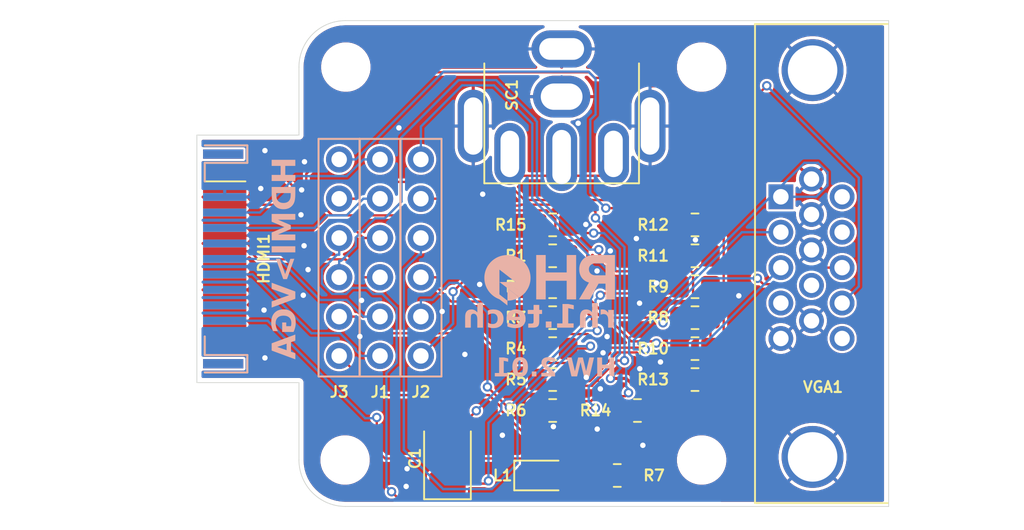
<source format=kicad_pcb>
(kicad_pcb (version 20241229) (generator "pcbnew") (generator_version "9.0")
  (title_block (title "HDMI to VGA Passive Adapter") (date "2025-03-04") (rev "2.01") (company "Mikhail Matveev") (comment 1 "https://github.com/xtremespb/frank"))
  (layers (0 "F.Cu" signal) (2 "B.Cu" signal) (13 "F.Paste" user) (15 "B.Paste" user) (5 "F.SilkS" user "F.Silkscreen") (7 "B.SilkS" user "B.Silkscreen") (1 "F.Mask" user) (3 "B.Mask" user) (25 "Edge.Cuts" user))
  (net 0 "")
  (net 1 "GND")
  (net 2 "/HDMI/CLKP")
  (net 3 "/HDMI/D0P")
  (net 4 "/HDMI/D1P")
  (net 5 "/HDMI/VBUS")
  (net 6 "/HDMI/D0N")
  (net 7 "/HDMI/CLKN")
  (net 8 "/HDMI/D2P")
  (net 9 "/HDMI/D1N")
  (net 10 "/VGA/VGA_BH")
  (net 11 "/VGA/VGA_GH")
  (net 12 "/VGA/VGA_RH")
  (net 23 "Net-(L1-A)")
  (net 24 "/Soft Composite/CVBS")
  (net 25 "Net-(C1-Pad1)")
  (net 26 "Net-(J2-Pin_2)")
  (net 27 "Net-(J2-Pin_4)")
  (net 28 "Net-(J2-Pin_3)")
  (net 29 "Net-(J2-Pin_5)")
  (net 30 "Net-(J2-Pin_1)")
  (net 31 "Net-(J2-Pin_6)")
  (net 32 "/HDMI/D2N")
  (net 33 "/Soft Composite/CLKP")
  (net 34 "/Soft Composite/CLKN")
  (net 35 "/Soft Composite/D1N")
  (net 36 "/Soft Composite/D1P")
  (net 37 "/Soft Composite/D0N")
  (net 38 "/Soft Composite/D0P")
  (footprint "FRANK:Resistor (0805)" (layer "F.Cu") (at 152.56965 77.2 180)
    (property "Reference" "R1")
    (property "Value" "820R")
  )
  (footprint "FRANK:RCA" (layer "F.Cu") (at 153.15 67.513)
    (property "Reference" "SC1" (hide yes))
    (property "Value" "VIDEO (Soft Composite)" (hide yes))
  )
  (footprint "FRANK:Resistor (0805)" (layer "F.Cu") (at 161.76965 81.2)
    (property "Reference" "R8")
    (property "Value" "510R")
  )
  (footprint "FRANK:Resistor (0805)" (layer "F.Cu") (at 156.74465 91.4)
    (property "Reference" "R7")
    (property "Value" "1K")
  )
  (footprint "FRANK:Mounting Hole (2.7mm)" (layer "F.Cu") (at 139.2 65)
    (property "Reference" "H4" (hide yes))
    (property "Value" "MountingHole")
  )
  (footprint "FRANK:Mounting Hole (2.7mm)" (layer "F.Cu") (at 162.2 90.4)
    (property "Reference" "H2" (hide yes))
    (property "Value" "MountingHole")
  )
  (footprint "FRANK:Resistor (0805)" (layer "F.Cu") (at 161.76965 79.2 180)
    (property "Reference" "R9")
    (property "Value" "51R*")
  )
  (footprint "FRANK:Resistor (0805)" (layer "F.Cu") (at 161.76965 83.2)
    (property "Reference" "R10")
    (property "Value" "150R")
  )
  (footprint "FRANK:Resistor (0805)" (layer "F.Cu") (at 152.56965 81.2 180)
    (property "Reference" "R3")
    (property "Value" "820R")
  )
  (footprint "FRANK:HDMI (male)" (layer "F.Cu") (at 131.36965 77.4 -90)
    (property "Reference" "HDMI1")
    (property "Value" "HDMI" (hide yes))
  )
  (footprint "FRANK:Resistor (0805)" (layer "F.Cu") (at 158.05 87.2)
    (property "Reference" "R14")
    (property "Value" "150R")
  )
  (footprint "FRANK:Mounting Hole (2.7mm)" (layer "F.Cu") (at 139.15 90.4)
    (property "Reference" "H3" (hide yes))
    (property "Value" "MountingHole")
  )
  (footprint "FRANK:Resistor (0805)" (layer "F.Cu") (at 161.76965 77.2)
    (property "Reference" "R11")
    (property "Value" "150R")
  )
  (footprint "FRANK:Resistor (0805)" (layer "F.Cu") (at 161.76965 85.2)
    (property "Reference" "R13")
    (property "Value" "150R")
  )
  (footprint "FRANK:Resistor (0805)" (layer "F.Cu") (at 152.56965 83.2 180)
    (property "Reference" "R4")
    (property "Value" "0R")
  )
  (footprint "FRANK:Resistor (0805)" (layer "F.Cu") (at 161.76965 75.2 180)
    (property "Reference" "R12")
    (property "Value" "150R")
  )
  (footprint "FRANK:Resistor (0805)" (layer "F.Cu") (at 152.56965 87.2 180)
    (property "Reference" "R6")
    (property "Value" "0R")
  )
  (footprint "FRANK:Resistor (0805)" (layer "F.Cu") (at 152.56965 85.2 180)
    (property "Reference" "R5")
    (property "Value" "820R")
  )
  (footprint "FRANK:Pin Header (1x06)" (layer "F.Cu") (at 138.76965 83.67 180)
    (property "Reference" "J3")
    (property "Value" "Composite" (hide yes))
  )
  (footprint "FRANK:Capacitor (3528, tantalum, polar)" (layer "F.Cu") (at 145.76965 90.3 90)
    (property "Reference" "C1")
    (property "Value" "220u")
  )
  (footprint "FRANK:Resistor (0805)" (layer "F.Cu") (at 152.56965 79.2 180)
    (property "Reference" "R2")
    (property "Value" "0R")
  )
  (footprint "FRANK:D-SUB (15 pin, female)" (layer "F.Cu") (at 167.31965 73.385 90)
    (property "Reference" "VGA1")
    (property "Value" "VGA")
  )
  (footprint "FRANK:Mounting Hole (2.7mm)" (layer "F.Cu") (at 162.2 65)
    (property "Reference" "H1" (hide yes))
    (property "Value" "MountingHole")
  )
  (footprint "FRANK:Pin Header (1x06)" (layer "F.Cu") (at 141.40965 83.67 180)
    (property "Reference" "J1")
    (property "Value" "HDMI" (hide yes))
  )
  (footprint "FRANK:LED (0805)" (layer "F.Cu") (at 151.94465 91.4)
    (property "Reference" "L1")
    (property "Value" "HDMI LED")
  )
  (footprint "FRANK:Resistor (0805)" (layer "F.Cu") (at 152.56965 75.2)
    (property "Reference" "R15")
    (property "Value" "300R")
  )
  (footprint "FRANK:Pin Header (1x06)" (layer "F.Cu") (at 144.04965 83.67 180)
    (property "Reference" "J2")
    (property "Value" "VGA" (hide yes))
  )
  (gr_poly (pts (xy 155.19711 77.149998) (xy 155.143117 77.153382) (xy 155.090532 77.158967) (xy 155.039378 77.166706) (xy 154.989681 77.176555) (xy 154.941465 77.188468) (xy 154.894755 77.2024) (xy 154.849575 77.218305) (xy 154.80595 77.236138) (xy 154.763904 77.255853) (xy 154.723463 77.277405) (xy 154.68465 77.300749) (xy 154.647491 77.325839) (xy 154.61201 77.352629) (xy 154.578232 77.381074) (xy 154.546181 77.411129) (xy 154.515881 77.442748) (xy 154.487358 77.475886) (xy 154.460636 77.510497) (xy 154.43574 77.546537) (xy 154.412694 77.583959) (xy 154.391523 77.622717) (xy 154.372251 77.662768) (xy 154.354904 77.704064) (xy 154.339505 77.746561) (xy 154.326079 77.790214) (xy 154.314652 77.834976) (xy 154.305247 77.880803) (xy 154.297889 77.927648) (xy 154.292603 77.975467) (xy 154.289413 78.024215) (xy 154.288344 78.073844) (xy 154.289265 78.120728) (xy 154.291986 78.166232) (xy 154.296449 78.210365) (xy 154.302594 78.253133) (xy 154.310361 78.294544) (xy 154.319693 78.334604) (xy 154.330528 78.37332) (xy 154.342807 78.4107) (xy 154.356472 78.44675) (xy 154.371463 78.481479) (xy 154.38772 78.514892) (xy 154.405184 78.546996) (xy 154.423795 78.5778) (xy 154.443495 78.60731) (xy 154.485922 78.662476) (xy 154.531989 78.71255) (xy 154.581221 78.75759) (xy 154.633142 78.797652) (xy 154.687278 78.832793) (xy 154.743154 78.863069) (xy 154.800293 78.888536) (xy 154.858222 78.909252) (xy 154.916465 78.925273) (xy 154.271411 80.018002) (xy 154.970969 80.018532) (xy 155.536119 79.000944) (xy 155.983794 79.000944) (xy 155.983794 80.020647) (xy 156.594452 80.020647) (xy 156.594452 78.461193) (xy 155.983794 78.461193) (xy 155.341386 78.461193) (xy 155.318692 78.460761) (xy 155.296365 78.459471) (xy 155.274429 78.457334) (xy 155.252906 78.45436) (xy 155.231821 78.450561) (xy 155.211195 78.445946) (xy 155.191052 78.440527) (xy 155.171416 78.434313) (xy 155.152309 78.427316) (xy 155.133754 78.419545) (xy 155.115776 78.411012) (xy 155.098396 78.401727) (xy 155.081638 78.3917) (xy 155.065526 78.380943) (xy 155.050082 78.369465) (xy 155.035329 78.357278) (xy 155.021291 78.344392) (xy 155.007991 78.330816) (xy 154.995452 78.316563) (xy 154.983697 78.301642) (xy 154.972749 78.286065) (xy 154.962632 78.26984) (xy 154.953369 78.252981) (xy 154.944982 78.235495) (xy 154.937495 78.217396) (xy 154.930932 78.198692) (xy 154.925314 78.179394) (xy 154.920666 78.159513) (xy 154.917011 78.13906) (xy 154.914371 78.118046) (xy 154.91277 78.096479) (xy 154.912232 78.074372) (xy 154.910644 78.074374) (xy 154.911183 78.052033) (xy 154.912784 78.030259) (xy 154.915424 78.009062) (xy 154.919081 77.98845) (xy 154.923731 77.968435) (xy 154.929351 77.949023) (xy 154.935919 77.930226) (xy 154.943411 77.912052) (xy 154.951805 77.89451) (xy 154.961077 77.877611) (xy 154.971205 77.861362) (xy 154.982165 77.845774) (xy 154.993936 77.830855) (xy 155.006492 77.816616) (xy 155.019813 77.803065) (xy 155.033874 77.790211) (xy 155.048653 77.778065) (xy 155.064127 77.766634) (xy 155.080272 77.75593) (xy 155.097067 77.74596) (xy 155.114487 77.736734) (xy 155.132511 77.728261) (xy 155.151114 77.720552) (xy 155.170275 77.713614) (xy 155.18997 77.707458) (xy 155.210175 77.702092) (xy 155.230869 77.697527) (xy 155.252028 77.69377) (xy 155.273629 77.690833) (xy 155.29565 77.688723) (xy 155.318067 77.68745) (xy 155.340857 77.687024) (xy 155.983794 77.687024) (xy 155.983794 78.461193) (xy 156.594452 78.461193) (xy 156.594452 77.14886) (xy 155.252485 77.14886)) (stroke (width -0.000001)) (fill yes) (layer "B.SilkS"))
  (gr_poly (pts (xy 153.475545 78.275985) (xy 152.120349 78.275985) (xy 152.120349 77.14886) (xy 151.505457 77.14886) (xy 151.505457 80.018002) (xy 152.120349 80.018532) (xy 152.120349 78.814148) (xy 153.475544 78.814148) (xy 153.475544 80.018532) (xy 154.086732 80.018532) (xy 154.086732 77.14886) (xy 153.475545 77.14886)) (stroke (width -0.000001)) (fill yes) (layer "B.SilkS"))
  (gr_poly (pts (xy 149.647553 79.294102) (xy 149.647553 78.892994) (xy 149.130557 78.892994)) (stroke (width -0.000001)) (fill yes) (layer "B.SilkS"))
  (gr_poly (pts (xy 149.647553 79.652877) (xy 149.647553 80.096849) (xy 149.698018 80.096092) (xy 149.74833 80.093647) (xy 149.798448 80.089525) (xy 149.84833 80.083738) (xy 149.897937 80.076295) (xy 149.947227 80.067208) (xy 149.99616 80.056488) (xy 150.044696 80.044147) (xy 150.092793 80.030194) (xy 150.140411 80.014642) (xy 150.18751 79.997502) (xy 150.234048 79.978784) (xy 150.279986 79.958499) (xy 150.325282 79.936659) (xy 150.369896 79.913275) (xy 150.413788 79.888357) (xy 149.647553 79.293573)) (stroke (width -0.000001)) (fill yes) (layer "B.SilkS"))
  (gr_poly (pts (xy 149.573848 77.153208) (xy 149.500626 77.158015) (xy 149.427998 77.166404) (xy 149.356086 77.178326) (xy 149.285013 77.193732) (xy 149.214902 77.212572) (xy 149.145875 77.234796) (xy 149.078057 77.260355) (xy 149.011568 77.289198) (xy 148.946533 77.321275) (xy 148.883074 77.356538) (xy 148.821314 77.394936) (xy 148.761376 77.43642) (xy 148.703383 77.480939) (xy 148.647457 77.528444) (xy 148.593721 77.578886) (xy 148.542558 77.631934) (xy 148.494301 77.687213) (xy 148.449001 77.744599) (xy 148.406711 77.803971) (xy 148.367482 77.865206) (xy 148.331364 77.928182) (xy 148.29841 77.992776) (xy 148.26867 78.058868) (xy 148.242197 78.126334) (xy 148.219042 78.195053) (xy 148.199255 78.264902) (xy 148.182889 78.335759) (xy 148.169995 78.407501) (xy 148.160624 78.480007) (xy 148.154828 78.553155) (xy 148.152658 78.626822) (xy 148.155185 78.711744) (xy 148.162576 78.795872) (xy 148.174741 78.879019) (xy 148.191589 78.961003) (xy 148.213027 79.041638) (xy 148.238965 79.120739) (xy 148.269311 79.198122) (xy 148.303974 79.273602) (xy 148.342864 79.346993) (xy 148.385887 79.418112) (xy 148.432954 79.486774) (xy 148.483974 79.552794) (xy 148.538853 79.615987) (xy 148.597503 79.676168) (xy 148.65983 79.733153) (xy 148.725745 79.786756) (xy 148.772126 79.821187) (xy 148.81975 79.853762) (xy 148.868562 79.884448) (xy 148.918503 79.913217) (xy 148.969519 79.940035) (xy 149.021551 79.964872) (xy 149.074544 79.987696) (xy 149.12844 80.008477) (xy 149.195644 80.061394) (xy 149.645435 80.410115) (xy 149.645435 80.099494) (xy 149.645435 80.098435) (xy 149.348573 79.868776) (xy 149.195644 79.749714) (xy 149.12844 79.696797) (xy 149.12844 78.091836) (xy 149.645435 78.492415) (xy 150.087817 78.835844) (xy 150.163488 78.894581) (xy 149.645434 78.894581) (xy 150.532845 79.582497) (xy 150.575708 79.615835) (xy 150.532845 79.583027) (xy 150.463525 79.53011) (xy 149.645434 78.89511) (xy 149.645434 79.293569) (xy 150.411668 79.888352) (xy 150.425368 79.880407) (xy 150.438721 79.872412) (xy 150.451777 79.864317) (xy 150.464584 79.856074) (xy 150.492639 79.837629) (xy 150.520258 79.818561) (xy 150.547431 79.798878) (xy 150.574148 79.778587) (xy 150.600399 79.757696) (xy 150.626173 79.736213) (xy 150.65146 79.714146) (xy 150.676251 79.691504) (xy 150.676251 79.691502) (xy 150.701085 79.667665) (xy 150.725336 79.643281) (xy 150.748996 79.618361) (xy 150.772056 79.592917) (xy 150.794508 79.56696) (xy 150.816344 79.540501) (xy 150.837555 79.513552) (xy 150.858134 79.486124) (xy 150.878071 79.458228) (xy 150.897359 79.429876) (xy 150.91599 79.401079) (xy 150.933955 79.371848) (xy 150.951246 79.342194) (xy 150.967855 79.312129) (xy 150.983773 79.281665) (xy 150.998993 79.250812) (xy 151.015945 79.213943) (xy 151.03184 79.176666) (xy 151.046671 79.139004) (xy 151.060433 79.100979) (xy 151.073121 79.062615) (xy 151.08473 79.023933) (xy 151.095255 78.984958) (xy 151.104691 78.945711) (xy 151.113032 78.906216) (xy 151.120272 78.866495) (xy 151.126408 78.826571) (xy 151.131434 78.786467) (xy 151.135344 78.746205) (xy 151.138134 78.705809) (xy 151.139798 78.665302) (xy 151.140331 78.624705) (xy 151.138062 78.551176) (xy 151.132181 78.478168) (xy 151.122739 78.405804) (xy 151.109788 78.334204) (xy 151.093378 78.263491) (xy 151.07356 78.193786) (xy 151.050387 78.12521) (xy 151.023909 78.057884) (xy 150.994177 77.991931) (xy 150.961244 77.927471) (xy 150.925158 77.864627) (xy 150.885974 77.803519) (xy 150.84374 77.744269) (xy 150.798509 77.686999) (xy 150.750332 77.631829) (xy 150.69926 77.578882) (xy 150.645625 77.528533) (xy 150.589807 77.481109) (xy 150.531929 77.436659) (xy 150.472112 77.395233) (xy 150.410478 77.35688) (xy 150.34715 77.321651) (xy 150.28225 77.289594) (xy 150.2159 77.26076) (xy 150.148222 77.235197) (xy 150.079338 77.212956) (xy 150.00937 77.194086) (xy 149.938441 77.178636) (xy 149.866673 77.166657) (xy 149.794187 77.158197) (xy 149.721106 77.153307) (xy 149.647553 77.152035) (xy 149.64754 77.152035)) (stroke (width -0.000001)) (fill yes) (layer "B.SilkS"))
  (gr_arc (start 136.16965 65) (mid 137.04833 62.87868) (end 139.16965 62) (stroke (width 0.05)) (layer "Edge.Cuts"))
  (gr_arc (start 139.16965 93.4) (mid 137.048362 92.521303) (end 136.16965 90.4) (stroke (width 0.05)) (layer "Edge.Cuts"))
  (gr_line (start 136.16965 69.4) (end 136.16965 65) (stroke (width 0.05)) (layer "Edge.Cuts"))
  (gr_line (start 174.28965 62) (end 139.16965 62) (stroke (width 0.05)) (layer "Edge.Cuts"))
  (gr_line (start 136.16965 85.4) (end 136.16965 90.4) (stroke (width 0.05)) (layer "Edge.Cuts"))
  (gr_line (start 129.56965 69.4) (end 136.16965 69.4) (stroke (width 0.05)) (layer "Edge.Cuts"))
  (gr_line (start 129.56965 85.4) (end 136.16965 85.4) (stroke (width 0.05)) (layer "Edge.Cuts"))
  (gr_line (start 174.28965 62) (end 174.28965 93.4) (stroke (width 0.05)) (layer "Edge.Cuts"))
  (gr_line (start 174.28965 93.4) (end 139.16965 93.4) (stroke (width 0.05)) (layer "Edge.Cuts"))
  (gr_line (start 129.56965 85.4) (end 129.56965 69.4) (stroke (width 0.05)) (layer "Edge.Cuts"))
  (gr_text "HW 2.01" (at 156.7 85.2 0) (layer "B.SilkS") (effects (font (size 1.2 1.2) (thickness 0.275) (bold yes)) (justify left bottom mirror)))
  (gr_text "rh1.tech" (at 156.7 82.1 0) (layer "B.SilkS") (effects (font (size 1.5 1.5) (thickness 0.3) (bold yes)) (justify left bottom mirror)))
  (gr_text "HDMI>VGA" (at 136.18965 77.353 90) (layer "B.SilkS") (effects (font (size 1.5 1.5) (thickness 0.3) (bold yes)) (justify bottom mirror)))
  (segment (start 134.26965 77.9) (end 131.36965 77.9) (width 0.15) (layer "F.Cu") (net 1))
  (segment (start 136.34265 72.94) (end 136.34265 71.305) (width 0.15) (layer "F.Cu") (net 1))
  (segment (start 136.45 78.71965) (end 136.75865 78.411) (width 0.15) (layer "F.Cu") (net 1))
  (segment (start 136.45 79.75) (end 136.11965 79.75) (width 0.15) (layer "F.Cu") (net 1))
  (segment (start 136.75865 78.411) (end 136.75865 78.094) (width 0.15) (layer "F.Cu") (net 1))
  (segment (start 135.06965 74.9) (end 131.36965 74.9) (width 0.15) (layer "F.Cu") (net 1))
  (segment (start 136.3 74.55) (end 135.41965 74.55) (width 0.15) (layer "F.Cu") (net 1))
  (segment (start 136.34265 71.305) (end 136.52665 71.121) (width 0.15) (layer "F.Cu") (net 1))
  (segment (start 136.11965 79.75) (end 134.26965 77.9) (width 0.15) (layer "F.Cu") (net 1))
  (segment (start 135.41965 74.55) (end 135.06965 74.9) (width 0.15) (layer "F.Cu") (net 1))
  (segment (start 136.45 79.75) (end 136.45 78.71965) (width 0.15) (layer "F.Cu") (net 1))
  (via (at 133.96965 83.8) (size 0.6) (drill 0.35) (layers "F.Cu" "B.Cu") (net 1))
  (via (at 133.91065 80.71) (size 0.6) (drill 0.35) (layers "F.Cu" "B.Cu") (net 1))
  (via (at 143.09965 92.107) (size 0.6) (drill 0.35) (layers "F.Cu" "B.Cu") (net 1))
  (via (at 133.96965 70.4) (size 0.6) (drill 0.35) (layers "F.Cu" "B.Cu") (net 1))
  (via (at 155.82665 83.47) (size 0.6) (drill 0.35) (layers "F.Cu" "B.Cu") (net 1))
  (via (at 140.21565 80.084) (size 0.6) (drill 0.35) (layers "F.Cu" "B.Cu") (net 1))
  (via (at 156.08775 82.421816) (size 0.6) (drill 0.35) (layers "F.Cu" "B.Cu") (net 1))
  (via (at 136.5 76.55) (size 0.6) (drill 0.35) (layers "F.Cu" "B.Cu") (net 1))
  (via (at 159.28265 78.962) (size 0.6) (drill 0.35) (layers "F.Cu" "B.Cu") (net 1))
  (via (at 136.45 79.75) (size 0.6) (drill 0.35) (layers "F.Cu" "B.Cu") (net 1))
  (via (at 158.18565 80.264) (size 0.6) (drill 0.35) (layers "F.Cu" "B.Cu") (net 1))
  (via (at 142.629407 68.929407) (size 0.6) (drill 0.35) (layers "F.Cu" "B.Cu") (net 1))
  (via (at 149.31965 88.8) (size 0.6) (drill 0.35) (layers "F.Cu" "B.Cu") (net 1))
  (via (at 161.79865 76.172) (size 0.6) (drill 0.35) (layers "F.Cu" "B.Cu") (net 1))
  (via (at 148.04665 73.217) (size 0.6) (drill 0.35) (layers "F.Cu" "B.Cu") (net 1))
  (via (at 154.712327 75.173603) (size 0.6) (drill 0.35) (layers "F.Cu" "B.Cu") (net 1))
  (via (at 156.295356 76.883334) (size 0.6) (drill 0.35) (layers "F.Cu" "B.Cu") (net 1))
  (via (at 146.89465 83.573) (size 0.6) (drill 0.35) (layers "F.Cu" "B.Cu") (net 1))
  (via (at 158.2 84.5) (size 0.6) (drill 0.35) (layers "F.Cu" "B.Cu") (net 1))
  (via (at 158.4 89.45) (size 0.6) (drill 0.35) (layers "F.Cu" "B.Cu") (net 1))
  (via (at 133.7 72.85) (size 0.6) (drill 0.35) (layers "F.Cu" "B.Cu") (net 1))
  (via (at 164.60265 79.785) (size 0.6) (drill 0.35) (layers "F.Cu" "B.Cu") (net 1))
  (via (at 159.53865 84.064) (size 0.6) (drill 0.35) (layers "F.Cu" "B.Cu") (net 1))
  (via (at 147.85 79.05) (size 0.6) (drill 0.35) (layers "F.Cu" "B.Cu") (net 1))
  (via (at 136.75865 78.094) (size 0.6) (drill 0.35) (layers "F.Cu" "B.Cu") (net 1))
  (via (at 154.218621 68.632922) (size 0.6) (drill 0.35) (layers "F.Cu" "B.Cu") (net 1))
  (via (at 143.15765 90.963) (size 0.6) (drill 0.35) (layers "F.Cu" "B.Cu") (net 1))
  (via (at 152.61565 88.243) (size 0.6) (drill 0.35) (layers "F.Cu" "B.Cu") (net 1))
  (via (at 140.10565 82.414) (size 0.6) (drill 0.35) (layers "F.Cu" "B.Cu") (net 1))
  (via (at 145.42565 80.799) (size 0.6) (drill 0.35) (layers "F.Cu" "B.Cu") (net 1))
  (via (at 154.744321 85.061866) (size 0.6) (drill 0.35) (layers "F.Cu" "B.Cu") (net 1))
  (via (at 155.437554 78.180017) (size 0.6) (drill 0.35) (layers "F.Cu" "B.Cu") (net 1))
  (via (at 136.52665 71.121) (size 0.6) (drill 0.35) (layers "F.Cu" "B.Cu") (net 1))
  (via (at 155.65 85.8) (size 0.6) (drill 0.35) (layers "F.Cu" "B.Cu") (net 1))
  (via (at 136.3 74.55) (size 0.6) (drill 0.35) (layers "F.Cu" "B.Cu") (net 1))
  (via (at 157.98065 76.085) (size 0.6) (drill 0.35) (layers "F.Cu" "B.Cu") (net 1))
  (via (at 155.45 88.4) (size 0.6) (drill 0.35) (layers "F.Cu" "B.Cu") (net 1))
  (via (at 136.34265 72.94) (size 0.6) (drill 0.35) (layers "F.Cu" "B.Cu") (net 1))
  (segment (start 135.76965 76.4) (end 131.36965 76.4) (width 0.15) (layer "B.Cu") (net 1))
  (segment (start 136.3 74.55) (end 136.3 72.98265) (width 0.15) (layer "B.Cu") (net 1))
  (segment (start 136.75865 77.389) (end 136.75865 78.094) (width 0.15) (layer "B.Cu") (net 1))
  (segment (start 136.3 72.98265) (end 136.34265 72.94) (width 0.15) (layer "B.Cu") (net 1))
  (segment (start 134.69065 71.121) (end 133.96965 70.4) (width 0.15) (layer "B.Cu") (net 1))
  (segment (start 135.91965 76.55) (end 135.76965 76.4) (width 0.15) (layer "B.Cu") (net 1))
  (segment (start 136.5 76.55) (end 136.5 77.13035) (width 0.15) (layer "B.Cu") (net 1))
  (segment (start 136.5 76.55) (end 135.91965 76.55) (width 0.15) (layer "B.Cu") (net 1))
  (segment (start 136.5 77.13035) (end 136.75865 77.389) (width 0.15) (layer "B.Cu") (net 1))
  (segment (start 136.52665 71.121) (end 134.69065 71.121) (width 0.15) (layer "B.Cu") (net 1))
  (segment (start 137.53905 80.0533) (end 139.25625 80.0533) (width 0.15) (layer "B.Cu") (net 2))
  (segment (start 134.88575 77.4) (end 137.53905 80.0533) (width 0.15) (layer "B.Cu") (net 2))
  (segment (start 131.36965 77.4) (end 134.88575 77.4) (width 0.15) (layer "B.Cu") (net 2))
  (segment (start 139.25625 80.0533) (end 140.33295 81.13) (width 0.15) (layer "B.Cu") (net 2))
  (segment (start 140.33295 81.13) (end 141.40965 81.13) (width 0.15) (layer "B.Cu") (net 2))
  (segment (start 137.16965 75.9) (end 138.15365 74.916) (width 0.15) (layer "F.Cu") (net 3))
  (segment (start 139.19895 74.916) (end 140.33295 76.05) (width 0.15) (layer "F.Cu") (net 3))
  (segment (start 131.36965 75.9) (end 137.16965 75.9) (width 0.15) (layer "F.Cu") (net 3))
  (segment (start 140.33295 76.05) (end 141.40965 76.05) (width 0.15) (layer "F.Cu") (net 3))
  (segment (start 138.15365 74.916) (end 139.19895 74.916) (width 0.15) (layer "F.Cu") (net 3))
  (segment (start 141.40965 70.97) (end 140.33295 70.97) (width 0.15) (layer "B.Cu") (net 4))
  (segment (start 139.25625 72.0467) (end 135.99825 72.0467) (width 0.15) (layer "B.Cu") (net 4))
  (segment (start 133.64495 74.4) (end 131.36965 74.4) (width 0.15) (layer "B.Cu") (net 4))
  (segment (start 135.99825 72.0467) (end 133.64495 74.4) (width 0.15) (layer "B.Cu") (net 4))
  (segment (start 140.33295 70.97) (end 139.25625 72.0467) (width 0.15) (layer "B.Cu") (net 4))
  (segment (start 141.73405 90.3) (end 150.565972 90.3) (width 0.15) (layer "F.Cu") (net 5))
  (segment (start 154.32325 89.9786) (end 155.74465 91.4) (width 0.15) (layer "F.Cu") (net 5))
  (segment (start 141.2 89.76595) (end 141.73405 90.3) (width 0.15) (layer "F.Cu") (net 5))
  (segment (start 150.887372 89.9786) (end 154.32325 89.9786) (width 0.15) (layer "F.Cu") (net 5))
  (segment (start 141.2 87.65) (end 141.2 89.76595) (width 0.15) (layer "F.Cu") (net 5))
  (segment (start 150.565972 90.3) (end 150.887372 89.9786) (width 0.15) (layer "F.Cu") (net 5))
  (via (at 141.2 87.65) (size 0.6) (drill 0.35) (layers "F.Cu" "B.Cu") (net 5))
  (segment (start 141.2 87.65) (end 141.15315 87.69685) (width 0.15) (layer "B.Cu") (net 5))
  (segment (start 140.44685 87.69685) (end 134.15 81.4) (width 0.15) (layer "B.Cu") (net 5))
  (segment (start 141.15315 87.69685) (end 140.44685 87.69685) (width 0.15) (layer "B.Cu") (net 5))
  (segment (start 134.15 81.4) (end 131.36965 81.4) (width 0.15) (layer "B.Cu") (net 5))
  (segment (start 140.33295 78.59) (end 141.40965 78.59) (width 0.15) (layer "F.Cu") (net 6))
  (segment (start 139.16985 77.4269) (end 140.33295 78.59) (width 0.15) (layer "F.Cu") (net 6))
  (segment (start 131.36965 76.9) (end 132.99635 76.9) (width 0.15) (layer "F.Cu") (net 6))
  (segment (start 132.99635 76.9) (end 133.52325 77.4269) (width 0.15) (layer "F.Cu") (net 6))
  (segment (start 133.52325 77.4269) (end 139.16985 77.4269) (width 0.15) (layer "F.Cu") (net 6))
  (segment (start 136.97465 82.205) (end 133.16965 78.4) (width 0.15) (layer "B.Cu") (net 7))
  (segment (start 138.82493 82.205) (end 136.97465 82.205) (width 0.15) (layer "B.Cu") (net 7))
  (segment (start 139.84465 83.22472) (end 138.82493 82.205) (width 0.15) (layer "B.Cu") (net 7))
  (segment (start 141.40965 83.67) (end 140.20565 83.67) (width 0.15) (layer "B.Cu") (net 7))
  (segment (start 133.16965 78.4) (end 131.36965 78.4) (width 0.15) (layer "B.Cu") (net 7))
  (segment (start 140.20565 83.67) (end 139.84465 83.309) (width 0.15) (layer "B.Cu") (net 7))
  (segment (start 139.84465 83.309) (end 139.84465 83.22472) (width 0.15) (layer "B.Cu") (net 7))
  (segment (start 132.125352 72.144298) (end 131.36965 72.9) (width 0.15) (layer "F.Cu") (net 8))
  (segment (start 135.227598 72.144298) (end 132.125352 72.144298) (width 0.15) (layer "F.Cu") (net 8))
  (segment (start 137.69365 70.524306) (end 137.69365 70.85635) (width 0.15) (layer "F.Cu") (net 8))
  (segment (start 136.64365 71.90635) (end 136.64365 72.497123) (width 0.15) (layer "F.Cu") (net 8))
  (segment (start 136.86865 72.722123) (end 136.86865 73.157877) (width 0.15) (layer "F.Cu") (net 8))
  (segment (start 136.124773 73.466) (end 135.81665 73.157877) (width 0.15) (layer "F.Cu") (net 8))
  (segment (start 135.81665 73.157877) (end 135.81665 72.73335) (width 0.15) (layer "F.Cu") (net 8))
  (segment (start 136.64365 72.497123) (end 136.86865 72.722123) (width 0.15) (layer "F.Cu") (net 8))
  (segment (start 158.981912 66.231912) (end 158.45 65.7) (width 0.15) (layer "F.Cu") (net 8))
  (segment (start 136.560527 73.466) (end 136.124773 73.466) (width 0.15) (layer "F.Cu") (net 8))
  (segment (start 138.323956 69.894) (end 137.69365 70.524306) (width 0.15) (layer "F.Cu") (net 8))
  (segment (start 154.922451 65.337) (end 143.213 65.337) (width 0.15) (layer "F.Cu") (net 8))
  (segment (start 166.40805 66.2084) (end 165.31645 67.3) (width 0.15) (layer "F.Cu") (net 8))
  (segment (start 158.976824 66.237) (end 158.981912 66.231912) (width 0.15) (layer "F.Cu") (net 8))
  (segment (start 160.71065 66.955174) (end 159.992476 66.237) (width 0.15) (layer "F.Cu") (net 8))
  (segment (start 135.81665 72.73335) (end 135.227598 72.144298) (width 0.15) (layer "F.Cu") (net 8))
  (segment (start 160.71065 67.3) (end 160.71065 66.955174) (width 0.15) (layer "F.Cu") (net 8))
  (segment (start 136.86865 73.157877) (end 136.560527 73.466) (width 0.15) (layer "F.Cu") (net 8))
  (segment (start 159.992476 66.237) (end 158.976824 66.237) (width 0.15) (layer "F.Cu") (net 8))
  (segment (start 137.69365 70.85635) (end 136.64365 71.90635) (width 0.15) (layer "F.Cu") (net 8))
  (segment (start 143.213 65.337) (end 138.656 69.894) (width 0.15) (layer "F.Cu") (net 8))
  (segment (start 158.45 65.7) (end 155.285451 65.7) (width 0.15) (layer "F.Cu") (net 8))
  (segment (start 138.656 69.894) (end 138.323956 69.894) (width 0.15) (layer "F.Cu") (net 8))
  (segment (start 155.285451 65.7) (end 154.922451 65.337) (width 0.15) (layer "F.Cu") (net 8))
  (segment (start 165.31645 67.3) (end 160.71065 67.3) (width 0.15) (layer "F.Cu") (net 8))
  (via (at 166.40805 66.2084) (size 0.6) (drill 0.35) (layers "F.Cu" "B.Cu") (net 8))
  (segment (start 172.35865 79.1757) (end 172.35865 72.1593) (width 0.15) (layer "B.Cu") (net 8))
  (segment (start 172.35865 72.1593) (end 166.40805 66.2084) (width 0.15) (layer "B.Cu") (net 8))
  (segment (start 171.27965 80.255) (end 172.35865 79.1757) (width 0.15) (layer "B.Cu") (net 8))
  (segment (start 137.98295 74.5867) (end 137.16965 75.4) (width 0.15) (layer "B.Cu") (net 9))
  (segment (start 137.16965 75.4) (end 131.36965 75.4) (width 0.15) (layer "B.Cu") (net 9))
  (segment (start 140.33295 73.51) (end 139.25625 74.5867) (width 0.15) (layer "B.Cu") (net 9))
  (segment (start 141.40965 73.51) (end 140.33295 73.51) (width 0.15) (layer "B.Cu") (net 9))
  (segment (start 139.25625 74.5867) (end 137.98295 74.5867) (width 0.15) (layer "B.Cu") (net 9))
  (segment (start 151.56965 79.2) (end 151.56965 78.1846) (width 0.15) (layer "F.Cu") (net 10))
  (segment (start 156.028286 81.5) (end 154.45425 79.925964) (width 0.15) (layer "F.Cu") (net 10))
  (segment (start 156.42665 81.5) (end 156.028286 81.5) (width 0.15) (layer "F.Cu") (net 10))
  (segment (start 159.27125 82.84) (end 159.16055 82.7293) (width 0.15) (layer "F.Cu") (net 10))
  (segment (start 154.45425 78.5669) (end 154.07195 78.1846) (width 0.15) (layer "F.Cu") (net 10))
  (segment (start 157.65595 82.7293) (end 156.42665 81.5) (width 0.15) (layer "F.Cu") (net 10))
  (segment (start 154.07195 78.1846) (end 151.56965 78.1846) (width 0.15) (layer "F.Cu") (net 10))
  (segment (start 154.45425 79.925964) (end 154.45425 78.5669) (width 0.15) (layer "F.Cu") (net 10))
  (segment (start 159.16055 82.7293) (end 157.65595 82.7293) (width 0.15) (layer "F.Cu") (net 10))
  (segment (start 151.56965 78.1846) (end 151.56965 77.2) (width 0.15) (layer "F.Cu") (net 10))
  (via (at 159.27125 82.84) (size 0.6) (drill 0.35) (layers "F.Cu" "B.Cu") (net 10))
  (segment (start 162.44465 82.84) (end 167.31965 77.965) (width 0.15) (layer "B.Cu") (net 10))
  (segment (start 159.27125 82.84) (end 162.44465 82.84) (width 0.15) (layer "B.Cu") (net 10))
  (segment (start 151.56965 83.2) (end 151.56965 82.2588) (width 0.15) (layer "F.Cu") (net 11))
  (segment (start 155.229627 82.5139) (end 155.53775 82.822023) (width 0.15) (layer "F.Cu") (net 11))
  (segment (start 155.53775 82.945) (end 156.044113 82.945) (width 0.15) (layer "F.Cu") (net 11))
  (segment (start 151.56965 82.2588) (end 154.833669 82.2588) (width 0.15) (layer "F.Cu") (net 11))
  (segment (start 158.44195 83.1402) (end 158.55775 83.256) (width 0.15) (layer "F.Cu") (net 11))
  (segment (start 156.239313 83.1402) (end 158.44195 83.1402) (width 0.15) (layer "F.Cu") (net 11))
  (segment (start 156.044113 82.945) (end 156.239313 83.1402) (width 0.15) (layer "F.Cu") (net 11))
  (segment (start 154.833669 82.2588) (end 155.088769 82.5139) (width 0.15) (layer "F.Cu") (net 11))
  (segment (start 151.56965 82.2588) (end 151.56965 81.2) (width 0.15) (layer "F.Cu") (net 11))
  (segment (start 155.088769 82.5139) (end 155.229627 82.5139) (width 0.15) (layer "F.Cu") (net 11))
  (segment (start 155.53775 82.822023) (end 155.53775 82.945) (width 0.15) (layer "F.Cu") (net 11))
  (via (at 158.55775 83.256) (size 0.6) (drill 0.35) (layers "F.Cu" "B.Cu") (net 11))
  (segment (start 167.31965 75.675) (end 164.79865 75.675) (width 0.15) (layer "B.Cu") (net 11))
  (segment (start 157.81475 82.6589) (end 157.81475 83.256) (width 0.15) (layer "B.Cu") (net 11))
  (segment (start 157.81475 83.256) (end 158.55775 83.256) (width 0.15) (layer "B.Cu") (net 11))
  (segment (start 164.79865 75.675) (end 157.81475 82.6589) (width 0.15) (layer "B.Cu") (net 11))
  (segment (start 151.56965 85.2) (end 152.56815 86.1985) (width 0.15) (layer "F.Cu") (net 12))
  (segment (start 154.39565 86.545906) (end 154.123744 86.274) (width 0.15) (layer "F.Cu") (net 12))
  (segment (start 155.636527 86.6) (end 155.554327 86.5178) (width 0.15) (layer "F.Cu") (net 12))
  (segment (start 154.123744 86.274) (end 153.015556 86.274) (width 0.15) (layer "F.Cu") (net 12))
  (segment (start 155.036373 86.6) (end 154.39565 86.6) (width 0.15) (layer "F.Cu") (net 12))
  (segment (start 155.554327 86.5178) (end 155.118573 86.5178) (width 0.15) (layer "F.Cu") (net 12))
  (segment (start 155.118573 86.5178) (end 155.036373 86.6) (width 0.15) (layer "F.Cu") (net 12))
  (segment (start 153.015556 86.274) (end 152.799753 86.489803) (width 0.15) (layer "F.Cu") (net 12))
  (segment (start 152.56815 86.1985) (end 152.56815 86.2582) (width 0.15) (layer "F.Cu") (net 12))
  (segment (start 154.39565 86.6) (end 154.39565 86.545906) (width 0.15) (layer "F.Cu") (net 12))
  (segment (start 156.224 86.545906) (end 156.224 86.6) (width 0.15) (layer "F.Cu") (net 12))
  (segment (start 157.471592 86.052457) (end 157.250049 86.274) (width 0.15) (layer "F.Cu") (net 12))
  (segment (start 157.250049 86.274) (end 156.495906 86.274) (width 0.15) (layer "F.Cu") (net 12))
  (segment (start 152.799753 86.489803) (end 152.56815 86.2582) (width 0.15) (layer "F.Cu") (net 12))
  (segment (start 156.224 86.6) (end 155.636527 86.6) (width 0.15) (layer "F.Cu") (net 12))
  (segment (start 152.56815 86.2582) (end 151.62635 87.2) (width 0.15) (layer "F.Cu") (net 12))
  (segment (start 156.495906 86.274) (end 156.224 86.545906) (width 0.15) (layer "F.Cu") (net 12))
  (via (at 157.471592 86.052457) (size 0.6) (drill 0.35) (layers "F.Cu" "B.Cu") (net 12))
  (segment (start 157.31965 84.5004) (end 157.430627 84.5004) (width 0.15) (layer "B.Cu") (net 12))
  (segment (start 157.471592 85.796642) (end 157.31965 85.6447) (width 0.15) (layer "B.Cu") (net 12))
  (segment (start 157.51375 82.5185) (end 168.83975 71.1925) (width 0.15) (layer "B.Cu") (net 12))
  (segment (start 168.83975 71.1925) (end 169.71815 71.1925) (width 0.15) (layer "B.Cu") (net 12))
  (segment (start 157.51375 83.531523) (end 157.51375 82.5185) (width 0.15) (layer "B.Cu") (net 12))
  (segment (start 170.33665 72.6554) (end 169.60665 73.385) (width 0.15) (layer "B.Cu") (net 12))
  (segment (start 157.73875 83.756523) (end 157.51375 83.531523) (width 0.15) (layer "B.Cu") (net 12))
  (segment (start 170.33665 71.8106) (end 170.33665 72.6554) (width 0.15) (layer "B.Cu") (net 12))
  (segment (start 157.31965 85.6447) (end 157.31965 84.5004) (width 0.15) (layer "B.Cu") (net 12))
  (segment (start 169.71815 71.1925) (end 170.33665 71.8106) (width 0.15) (layer "B.Cu") (net 12))
  (segment (start 157.430627 84.5004) (end 157.73875 84.192277) (width 0.15) (layer "B.Cu") (net 12))
  (segment (start 157.471592 86.052457) (end 157.471592 85.796642) (width 0.15) (layer "B.Cu") (net 12))
  (segment (start 169.60665 73.385) (end 167.31965 73.385) (width 0.15) (layer "B.Cu") (net 12))
  (segment (start 157.73875 84.192277) (end 157.73875 83.756523) (width 0.15) (layer "B.Cu") (net 12))
  (segment (start 157.74465 91.4) (end 156.49565 92.649) (width 0.15) (layer "F.Cu") (net 23))
  (segment (start 154.21865 92.649) (end 152.96965 91.4) (width 0.15) (layer "F.Cu") (net 23))
  (segment (start 156.49565 92.649) (end 154.21865 92.649) (width 0.15) (layer "F.Cu") (net 23))
  (segment (start 147.63545 87.2158) (end 147.11045 87.7408) (width 0.15) (layer "F.Cu") (net 24))
  (segment (start 155.79825 72.0264) (end 155.79825 72.0263) (width 0.15) (layer "F.Cu") (net 24))
  (segment (start 157.11965 70.613) (end 157.11965 70.705) (width 0.15) (layer "F.Cu") (net 24))
  (segment (start 150.41965 72.0263) (end 150.41965 70.613) (width 0.15) (layer "F.Cu") (net 24))
  (segment (start 155.79825 72.0263) (end 150.41965 72.0263) (width 0.15) (layer "F.Cu") (net 24))
  (segment (start 147.11045 87.7408) (end 146.70385 87.7408) (width 0.15) (layer "F.Cu") (net 24))
  (segment (start 157.11965 70.705) (end 155.79825 72.0264) (width 0.15) (layer "F.Cu") (net 24))
  (segment (start 146.70385 87.7408) (end 145.76965 88.675) (width 0.15) (layer "F.Cu") (net 24))
  (via (at 147.63545 87.2158) (size 0.6) (drill 0.35) (layers "F.Cu" "B.Cu") (net 24))
  (segment (start 147.63545 87.2158) (end 150.41965 84.4316) (width 0.15) (layer "B.Cu") (net 24))
  (segment (start 150.41965 84.4316) (end 150.41965 70.613) (width 0.15) (layer "B.Cu") (net 24))
  (segment (start 155.7695 79.6305) (end 160.33915 79.6305) (width 0.15) (layer "F.Cu") (net 25))
  (segment (start 155.65 79.75) (end 155.7695 79.6305) (width 0.15) (layer "F.Cu") (net 25))
  (segment (start 148.24465 91.925) (end 145.76965 91.925) (width 0.15) (layer "F.Cu") (net 25))
  (segment (start 148.41965 91.75) (end 148.24465 91.925) (width 0.15) (layer "F.Cu") (net 25))
  (via (at 155.65 79.75) (size 0.6) (drill 0.35) (layers "F.Cu" "B.Cu") (net 25))
  (via (at 148.41965 91.75) (size 0.6) (drill 0.35) (layers "F.Cu" "B.Cu") (net 25))
  (segment (start 155.33965 80.06035) (end 155.33965 81.08) (width 0.15) (layer "B.Cu") (net 25))
  (segment (start 155.65 79.75) (end 155.33965 80.06035) (width 0.15) (layer "B.Cu") (net 25))
  (segment (start 149.872972 86.4616) (end 149.554773 86.4616) (width 0.15) (layer "B.Cu") (net 25))
  (segment (start 149.24665 86.769723) (end 149.24665 87.173) (width 0.15) (layer "B.Cu") (net 25))
  (segment (start 155.33965 81.08) (end 155.28445 81.1352) (width 0.15) (layer "B.Cu") (net 25))
  (segment (start 154.58595 81.443323) (end 154.58595 81.748622) (width 0.15) (layer "B.Cu") (net 25))
  (segment (start 155.28445 81.1352) (end 154.894073 81.1352) (width 0.15) (layer "B.Cu") (net 25))
  (segment (start 154.894073 81.1352) (end 154.58595 81.443323) (width 0.15) (layer "B.Cu") (net 25))
  (segment (start 149.554773 86.4616) (end 149.24665 86.769723) (width 0.15) (layer "B.Cu") (net 25))
  (segment (start 149.24665 87.173) (end 148.41965 88) (width 0.15) (layer "B.Cu") (net 25))
  (segment (start 154.58595 81.748622) (end 149.872972 86.4616) (width 0.15) (layer "B.Cu") (net 25))
  (segment (start 148.41965 88) (end 148.41965 91.75) (width 0.15) (layer "B.Cu") (net 25))
  (segment (start 155.11195 81.595836) (end 155.11195 81.1966) (width 0.15) (layer "F.Cu") (net 26))
  (segment (start 148.35455 85.6781) (end 149.66405 86.9876) (width 0.15) (layer "F.Cu") (net 26))
  (segment (start 155.445842 81.929728) (end 155.11195 81.595836) (width 0.15) (layer "F.Cu") (net 26))
  (segment (start 149.66405 86.9876) (end 149.77265 86.9876) (width 0.15) (layer "F.Cu") (net 26))
  (segment (start 155.445842 82.033928) (end 155.445842 81.929728) (width 0.15) (layer "F.Cu") (net 26))
  (segment (start 155.11195 81.1966) (end 153.56965 79.6543) (width 0.15) (layer "F.Cu") (net 26))
  (via (at 148.35455 85.6781) (size 0.6) (drill 0.35) (layers "F.Cu" "B.Cu") (net 26))
  (via (at 155.445842 82.033928) (size 0.6) (drill 0.35) (layers "F.Cu" "B.Cu") (net 26))
  (via (at 149.77265 86.9876) (size 0.6) (drill 0.35) (layers "F.Cu" "B.Cu") (net 26))
  (segment (start 144.79545 80.0533) (end 145.89665 78.9521) (width 0.15) (layer "B.Cu") (net 26))
  (segment (start 144.04965 81.13) (end 144.04965 80.0533) (width 0.15) (layer "B.Cu") (net 26))
  (segment (start 148.35455 80.859) (end 148.35455 85.6781) (width 0.15) (layer "B.Cu") (net 26))
  (segment (start 154.726322 82.033928) (end 149.77265 86.9876) (width 0.15) (layer "B.Cu") (net 26))
  (segment (start 145.89665 78.9521) (end 146.44765 78.9521) (width 0.15) (layer "B.Cu") (net 26))
  (segment (start 144.04965 80.0533) (end 144.79545 80.0533) (width 0.15) (layer "B.Cu") (net 26))
  (segment (start 146.44765 78.9521) (end 148.35455 80.859) (width 0.15) (layer "B.Cu") (net 26))
  (segment (start 155.445842 82.033928) (end 154.726322 82.033928) (width 0.15) (layer "B.Cu") (net 26))
  (segment (start 154.85165 83.2) (end 155.01175 83.0399) (width 0.15) (layer "F.Cu") (net 27))
  (segment (start 153.56965 83.2) (end 154.85165 83.2) (width 0.15) (layer "F.Cu") (net 27))
  (via (at 155.01175 83.0399) (size 0.6) (drill 0.35) (layers "F.Cu" "B.Cu") (net 27))
  (segment (start 150.29765 86.886864) (end 154.144614 83.0399) (width 0.15) (layer "B.Cu") (net 27))
  (segment (start 144.04965 76.05) (end 144.04965 77.1267) (width 0.15) (layer "B.Cu") (net 27))
  (segment (start 142.95035 89.7407) (end 145.48565 92.276) (width 0.15) (layer "B.Cu") (net 27))
  (segment (start 150.29765 90.615877) (end 150.29765 86.886864) (width 0.15) (layer "B.Cu") (net 27))
  (segment (start 144.04965 77.1267) (end 143.91505 77.1267) (width 0.15) (layer "B.Cu") (net 27))
  (segment (start 145.48565 92.276) (end 148.637527 92.276) (width 0.15) (layer "B.Cu") (net 27))
  (segment (start 154.144614 83.0399) (end 155.01175 83.0399) (width 0.15) (layer "B.Cu") (net 27))
  (segment (start 143.91505 77.1267) (end 142.95035 78.0914) (width 0.15) (layer "B.Cu") (net 27))
  (segment (start 142.95035 78.0914) (end 142.95035 89.7407) (width 0.15) (layer "B.Cu") (net 27))
  (segment (start 148.637527 92.276) (end 150.29765 90.615877) (width 0.15) (layer "B.Cu") (net 27))
  (segment (start 152.52585 80.1562) (end 153.56965 81.2) (width 0.15) (layer "F.Cu") (net 28))
  (segment (start 144.04965 78.59) (end 145.12635 78.59) (width 0.15) (layer "F.Cu") (net 28))
  (segment (start 145.12635 79.2726) (end 146.00995 80.1562) (width 0.15) (layer "F.Cu") (net 28))
  (segment (start 146.00995 80.1562) (end 152.52585 80.1562) (width 0.15) (layer "F.Cu") (net 28))
  (segment (start 145.12635 78.59) (end 145.12635 79.2726) (width 0.15) (layer "F.Cu") (net 28))
  (segment (start 155.124 85.582123) (end 155.432123 85.274) (width 0.15) (layer "F.Cu") (net 29))
  (segment (start 150.524214 73.8945) (end 154.87515 73.8945) (width 0.15) (layer "F.Cu") (net 29))
  (segment (start 144.04965 73.51) (end 145.12635 73.51) (width 0.15) (layer "F.Cu") (net 29))
  (segment (start 155.33645 74.3558) (end 155.33645 74.7577) (width 0.15) (layer "F.Cu") (net 29))
  (segment (start 155.49085 85.1999) (end 156.71635 83.9744) (width 0.15) (layer "F.Cu") (net 29))
  (segment (start 155.124 85.6) (end 155.124 85.582123) (width 0.15) (layer "F.Cu") (net 29))
  (segment (start 154.87515 73.8945) (end 155.33645 74.3558) (width 0.15) (layer "F.Cu") (net 29))
  (segment (start 156.71635 83.9744) (end 157.21275 83.9744) (width 0.15) (layer "F.Cu") (net 29))
  (segment (start 153.56965 85.2) (end 153.96965 85.6) (width 0.15) (layer "F.Cu") (net 29))
  (segment (start 153.96965 85.6) (end 155.124 85.6) (width 0.15) (layer "F.Cu") (net 29))
  (segment (start 155.432123 85.274) (end 155.49085 85.274) (width 0.15) (layer "F.Cu") (net 29))
  (segment (start 145.12635 73.51) (end 145.57125 73.9549) (width 0.15) (layer "F.Cu") (net 29))
  (segment (start 145.57125 73.9549) (end 150.463814 73.9549) (width 0.15) (layer "F.Cu") (net 29))
  (segment (start 155.49085 85.274) (end 155.49085 85.1999) (width 0.15) (layer "F.Cu") (net 29))
  (segment (start 150.463814 73.9549) (end 150.524214 73.8945) (width 0.15) (layer "F.Cu") (net 29))
  (via (at 157.21275 83.9744) (size 0.6) (drill 0.35) (layers "F.Cu" "B.Cu") (net 29))
  (via (at 155.33645 74.7577) (size 0.6) (drill 0.35) (layers "F.Cu" "B.Cu") (net 29))
  (segment (start 157.21275 76.634) (end 157.21275 83.9744) (width 0.15) (layer "B.Cu") (net 29))
  (segment (start 155.33645 74.7577) (end 157.21275 76.634) (width 0.15) (layer "B.Cu") (net 29))
  (segment (start 153.56965 77.2) (end 152.63215 76.2625) (width 0.15) (layer "F.Cu") (net 30))
  (segment (start 149.38545 76.2625) (end 146.13195 79.516) (width 0.15) (layer "F.Cu") (net 30))
  (segment (start 152.63215 76.2625) (end 149.38545 76.2625) (width 0.15) (layer "F.Cu") (net 30))
  (via (at 146.13195 79.516) (size 0.6) (drill 0.35) (layers "F.Cu" "B.Cu") (net 30))
  (segment (start 146.13195 81.5877) (end 144.04965 83.67) (width 0.15) (layer "B.Cu") (net 30))
  (segment (start 146.13195 79.516) (end 146.13195 81.5877) (width 0.15) (layer "B.Cu") (net 30))
  (segment (start 155.33645 87.0438) (end 153.72585 87.0438) (width 0.15) (layer "F.Cu") (net 31))
  (via (at 155.33645 87.0438) (size 0.6) (drill 0.35) (layers "F.Cu" "B.Cu") (net 31))
  (segment (start 148.78075 66.1831) (end 151.149 68.55135) (width 0.15) (layer "B.Cu") (net 31))
  (segment (start 155.370273 77.6338) (end 155.6338 77.6338) (width 0.15) (layer "B.Cu") (net 31))
  (segment (start 144.04965 70.97) (end 144.04965 68.85035) (width 0.15) (layer "B.Cu") (net 31))
  (segment (start 155.145273 77.4088) (end 155.370273 77.6338) (width 0.15) (layer "B.Cu") (net 31))
  (segment (start 146.7169 66.1831) (end 148.78075 66.1831) (width 0.15) (layer "B.Cu") (net 31))
  (segment (start 151.149 68.55135) (end 151.249999 68.652349) (width 0.15) (layer "B.Cu") (net 31))
  (segment (start 151.249999 73.265093) (end 151.249999 73.514449) (width 0.15) (layer "B.Cu") (net 31))
  (segment (start 151.249999 73.514449) (end 151.426321 73.690771) (width 0.15) (layer "B.Cu") (net 31))
  (segment (start 155.14435 77.4088) (end 155.145273 77.4088) (width 0.15) (layer "B.Cu") (net 31))
  (segment (start 151.249999 73.249999) (end 151.249999 73.265093) (width 0.15) (layer "B.Cu") (net 31))
  (segment (start 151.249999 68.901705) (end 151.249999 73.249999) (width 0.15) (layer "B.Cu") (net 31))
  (segment (start 151.426321 73.690771) (end 154.968028 77.232478) (width 0.15) (layer "B.Cu") (net 31))
  (segment (start 154.968028 77.232478) (end 155.14435 77.4088) (width 0.15) (layer "B.Cu") (net 31))
  (segment (start 151.249999 68.652349) (end 151.249999 68.901705) (width 0.15) (layer "B.Cu") (net 31))
  (segment (start 156.61275 78.61275) (end 156.61275 83.407673) (width 0.15) (layer "B.Cu") (net 31))
  (segment (start 154.9 86.60735) (end 155.33645 87.0438) (width 0.15) (layer "B.Cu") (net 31))
  (segment (start 154.9 85.64865) (end 154.9 86.60735) (width 0.15) (layer "B.Cu") (net 31))
  (segment (start 155.6338 77.6338) (end 156.61275 78.61275) (width 0.15) (layer "B.Cu") (net 31))
  (segment (start 156.61275 83.407673) (end 156.38775 83.632673) (width 0.15) (layer "B.Cu") (net 31))
  (segment (start 144.04965 68.85035) (end 146.7169 66.1831) (width 0.15) (layer "B.Cu") (net 31))
  (segment (start 156.38775 83.632673) (end 156.38775 84.1609) (width 0.15) (layer "B.Cu") (net 31))
  (segment (start 156.38775 84.1609) (end 154.9 85.64865) (width 0.15) (layer "B.Cu") (net 31))
  (segment (start 166.18435 79.0332) (end 165.80635 78.6552) (width 0.15) (layer "F.Cu") (net 32))
  (segment (start 156.15255 81.2) (end 159.70265 81.2) (width 0.15) (layer "F.Cu") (net 32))
  (segment (start 138.31635 74.5867) (end 144.49565 74.5867) (width 0.15) (layer "F.Cu") (net 32))
  (segment (start 144.49565 74.5867) (end 144.81725 74.2651) (width 0.15) (layer "F.Cu") (net 32))
  (segment (start 152.74195 74.8363) (end 152.74195 75.8477) (width 0.15) (layer "F.Cu") (net 32))
  (segment (start 154.11825 76.2) (end 154.81285 76.8946) (width 0.15) (layer "F.Cu") (net 32))
  (segment (start 167.85125 79.0332) (end 166.18435 79.0332) (width 0.15) (layer "F.Cu") (net 32))
  (segment (start 131.36965 73.9) (end 137.62965 73.9) (width 0.15) (layer "F.Cu") (net 32))
  (segment (start 152.17075 74.2651) (end 152.74195 74.8363) (width 0.15) (layer "F.Cu") (net 32))
  (segment (start 171.27965 77.965) (end 168.91945 77.965) (width 0.15) (layer "F.Cu") (net 32))
  (segment (start 154.81285 76.8946) (end 154.81285 79.8603) (width 0.15) (layer "F.Cu") (net 32))
  (segment (start 152.74195 75.8477) (end 153.09425 76.2) (width 0.15) (layer "F.Cu") (net 32))
  (segment (start 144.81725 74.2651) (end 152.17075 74.2651) (width 0.15) (layer "F.Cu") (net 32))
  (segment (start 159.70265 81.2) (end 159.70265 81.5313) (width 0.15) (layer "F.Cu") (net 32))
  (segment (start 137.62965 73.9) (end 138.31635 74.5867) (width 0.15) (layer "F.Cu") (net 32))
  (segment (start 153.09425 76.2) (end 154.11825 76.2) (width 0.15) (layer "F.Cu") (net 32))
  (segment (start 168.91945 77.965) (end 167.85125 79.0332) (width 0.15) (layer "F.Cu") (net 32))
  (segment (start 159.70265 81.2) (end 160.76965 81.2) (width 0.15) (layer "F.Cu") (net 32))
  (segment (start 154.81285 79.8603) (end 156.15255 81.2) (width 0.15) (layer "F.Cu") (net 32))
  (via (at 165.80635 78.6552) (size 0.6) (drill 0.35) (layers "F.Cu" "B.Cu") (net 32))
  (via (at 159.70265 81.5313) (size 0.6) (drill 0.35) (layers "F.Cu" "B.Cu") (net 32))
  (segment (start 162.242714 78.6552) (end 159.70265 81.195264) (width 0.15) (layer "B.Cu") (net 32))
  (segment (start 159.70265 81.195264) (end 159.70265 81.5313) (width 0.15) (layer "B.Cu") (net 32))
  (segment (start 165.80635 78.6552) (end 162.242714 78.6552) (width 0.15) (layer "B.Cu") (net 32))
  (segment (start 159.75695 85.2) (end 160.76965 85.2) (width 0.15) (layer "F.Cu") (net 33))
  (segment (start 139.84635 81.13) (end 140.92305 82.2067) (width 0.15) (layer "F.Cu") (net 33))
  (segment (start 147.85315 82.2067) (end 149.77505 84.1286) (width 0.15) (layer "F.Cu") (net 33))
  (segment (start 160.76965 85.2) (end 160.76965 85.48035) (width 0.15) (layer "F.Cu") (net 33))
  (segment (start 140.92305 82.2067) (end 147.85315 82.2067) (width 0.15) (layer "F.Cu") (net 33))
  (segment (start 158.00405 83.4471) (end 159.75695 85.2) (width 0.15) (layer "F.Cu") (net 33))
  (segment (start 156.06755 84.1286) (end 156.74905 83.4471) (width 0.15) (layer "F.Cu") (net 33))
  (segment (start 160.76965 85.48035) (end 159.05 87.2) (width 0.15) (layer "F.Cu") (net 33))
  (segment (start 138.76965 81.13) (end 139.84635 81.13) (width 0.15) (layer "F.Cu") (net 33))
  (segment (start 156.74905 83.4471) (end 158.00405 83.4471) (width 0.15) (layer "F.Cu") (net 33))
  (segment (start 149.77505 84.1286) (end 156.06755 84.1286) (width 0.15) (layer "F.Cu") (net 33))
  (segment (start 154.447514 89.6786) (end 151.721187 89.6786) (width 0.15) (layer "F.Cu") (net 34))
  (segment (start 158.022592 86.280689) (end 158.022592 85.824225) (width 0.2) (layer "F.Cu") (net 34))
  (segment (start 153.56965 75.2) (end 154.10045 75.7308) (width 0.15) (layer "F.Cu") (net 34))
  (segment (start 157.22465 88.77535) (end 157.22465 87.206123) (width 0.15) (layer "F.Cu") (net 34))
  (segment (start 149.24765 87.205063) (end 149.24765 86.995464) (width 0.15) (layer "F.Cu") (net 34))
  (segment (start 156.19 89.81) (end 157.22465 88.77535) (width 0.15) (layer "F.Cu") (net 34))
  (segment (start 148.455286 86.2031) (end 141.30275 86.2031) (width 0.15) (layer "F.Cu") (net 34))
  (segment (start 157.05 87.2) (end 157.103281 87.2) (width 0.2) (layer "F.Cu") (net 34))
  (segment (start 156.19 89.81) (end 154.578914 89.81) (width 0.15) (layer "F.Cu") (net 34))
  (segment (start 157.325867 85.1275) (end 156.30805 85.1275) (width 0.2) (layer "F.Cu") (net 34))
  (segment (start 149.24765 86.995464) (end 148.455286 86.2031) (width 0.15) (layer "F.Cu") (net 34))
  (segment (start 154.578914 89.81) (end 154.447514 89.6786) (width 0.15) (layer "F.Cu") (net 34))
  (segment (start 157.103281 87.2) (end 158.022592 86.280689) (width 0.2) (layer "F.Cu") (net 34))
  (segment (start 141.30275 86.2031) (end 138.76965 83.67) (width 0.15) (layer "F.Cu") (net 34))
  (segment (start 151.721187 89.6786) (end 149.24765 87.205063) (width 0.15) (layer "F.Cu") (net 34))
  (segment (start 154.10045 75.7308) (end 155.21895 75.7308) (width 0.15) (layer "F.Cu") (net 34))
  (segment (start 158.022592 85.824225) (end 157.325867 85.1275) (width 0.2) (layer "F.Cu") (net 34))
  (via (at 155.21895 75.7308) (size 0.6) (drill 0.35) (layers "F.Cu" "B.Cu") (net 34))
  (via (at 156.30805 85.1275) (size 0.6) (drill 0.35) (layers "F.Cu" "B.Cu") (net 34))
  (segment (start 155.885286 75.7308) (end 155.21895 75.7308) (width 0.15) (layer "B.Cu") (net 34))
  (segment (start 156.68775 83.756937) (end 156.91275 83.531937) (width 0.15) (layer "B.Cu") (net 34))
  (segment (start 156.91275 76.758264) (end 155.885286 75.7308) (width 0.15) (layer "B.Cu") (net 34))
  (segment (start 156.30805 85.1275) (end 156.965719 84.469831) (width 0.15) (layer "B.Cu") (net 34))
  (segment (start 156.91275 83.531937) (end 156.91275 76.758264) (width 0.15) (layer "B.Cu") (net 34))
  (segment (start 156.965719 84.469831) (end 156.68775 84.191863) (width 0.15) (layer "B.Cu") (net 34))
  (segment (start 156.68775 84.191863) (end 156.68775 83.756937) (width 0.15) (layer "B.Cu") (net 34))
  (segment (start 162.76965 85.2) (end 163.62485 84.3448) (width 0.15) (layer "F.Cu") (net 35))
  (segment (start 150.750186 73.5945) (end 156.220913 73.5945) (width 0.15) (layer "F.Cu") (net 35))
  (segment (start 139.84635 73.51) (end 140.93275 72.4236) (width 0.15) (layer "F.Cu") (net 35))
  (segment (start 161.38915 73.8195) (end 162.76965 75.2) (width 0.15) (layer "F.Cu") (net 35))
  (segment (start 140.93275 72.4236) (end 148.0736 72.4236) (width 0.15) (layer "F.Cu") (net 35))
  (segment (start 138.76965 73.51) (end 139.84635 73.51) (width 0.15) (layer "F.Cu") (net 35))
  (segment (start 148.613964 72.963964) (end 150.11965 72.963964) (width 0.15) (layer "F.Cu") (net 35))
  (segment (start 148.0736 72.4236) (end 148.613964 72.963964) (width 0.15) (layer "F.Cu") (net 35))
  (segment (start 156.445913 73.8195) (end 161.38915 73.8195) (width 0.15) (layer "F.Cu") (net 35))
  (segment (start 163.62485 84.3448) (end 163.62485 76.0552) (width 0.15) (layer "F.Cu") (net 35))
  (segment (start 156.220913 73.5945) (end 156.445913 73.8195) (width 0.15) (layer "F.Cu") (net 35))
  (segment (start 150.11965 72.963964) (end 150.750186 73.5945) (width 0.15) (layer "F.Cu") (net 35))
  (segment (start 163.62485 76.0552) (end 162.76965 75.2) (width 0.15) (layer "F.Cu") (net 35))
  (segment (start 156.00345 74.1195) (end 159.68915 74.1195) (width 0.15) (layer "F.Cu") (net 36))
  (segment (start 159.68915 74.1195) (end 160.76965 75.2) (width 0.15) (layer "F.Cu") (net 36))
  (segment (start 160.76965 77.2) (end 160.76965 75.2) (width 0.15) (layer "F.Cu") (net 36))
  (via (at 156.00345 74.1195) (size 0.6) (drill 0.35) (layers "F.Cu" "B.Cu") (net 36))
  (segment (start 145.51985 65.2965) (end 154.88555 65.2965) (width 0.15) (layer "B.Cu") (net 36))
  (segment (start 154.88555 65.2965) (end 155.342648 65.753598) (width 0.15) (layer "B.Cu") (net 36))
  (segment (start 138.76965 70.97) (end 139.84635 70.97) (width 0.15) (layer "B.Cu") (net 36))
  (segment (start 155 68.404046) (end 155 73.11605) (width 0.15) (layer "B.Cu") (net 36))
  (segment (start 139.84635 70.97) (end 145.51985 65.2965) (width 0.15) (layer "B.Cu") (net 36))
  (segment (start 155.342648 65.753598) (end 155.342648 68.061398) (width 0.15) (layer "B.Cu") (net 36))
  (segment (start 155.342648 68.061398) (end 155 68.404046) (width 0.15) (layer "B.Cu") (net 36))
  (segment (start 155 73.11605) (end 156.00345 74.1195) (width 0.15) (layer "B.Cu") (net 36))
  (segment (start 156.68035 78.2) (end 161.51965 78.2) (width 0.15) (layer "F.Cu") (net 37))
  (segment (start 162.76965 77.2) (end 161.64465 78.325) (width 0.15) (layer "F.Cu") (net 37))
  (segment (start 161.64465 78.325) (end 161.64465 82.325) (width 0.15) (layer "F.Cu") (net 37))
  (segment (start 161.51965 78.2) (end 161.64465 78.325) (width 0.15) (layer "F.Cu") (net 37))
  (segment (start 155.55 77.06965) (end 156.68035 78.2) (width 0.15) (layer "F.Cu") (net 37))
  (segment (start 161.64465 82.325) (end 160.76965 83.2) (width 0.15) (layer "F.Cu") (net 37))
  (segment (start 155.55 76.8) (end 155.55 77.06965) (width 0.15) (layer "F.Cu") (net 37))
  (via (at 155.55 76.8) (size 0.6) (drill 0.35) (layers "F.Cu" "B.Cu") (net 37))
  (segment (start 151.550999 68.527671) (end 151.45 68.426672) (width 0.15) (layer "B.Cu") (net 37))
  (segment (start 148.92375 65.8434) (end 146.490162 65.8434) (width 0.15) (layer "B.Cu") (net 37))
  (segment (start 141.08435 74.78) (end 139.84635 76.018) (width 0.15) (layer "B.Cu") (net 37))
  (segment (start 142.79965 73.6991) (end 141.71875 74.78) (width 0.15) (layer "B.Cu") (net 37))
  (segment (start 138.76965 77.5133) (end 138.76965 78.59) (width 0.15) (layer "B.Cu") (net 37))
  (segment (start 151.45 68.426672) (end 151.45 68.36965) (width 0.15) (layer "B.Cu") (net 37))
  (segment (start 142.79965 69.533912) (end 142.79965 73.6991) (width 0.15) (layer "B.Cu") (net 37))
  (segment (start 139.84635 76.5713) (end 138.90435 77.5133) (width 0.15) (layer "B.Cu") (net 37))
  (segment (start 151.550999 73.389771) (end 151.550999 68.527671) (width 0.15) (layer "B.Cu") (net 37))
  (segment (start 155.55 76.8) (end 154.961228 76.8) (width 0.15) (layer "B.Cu") (net 37))
  (segment (start 146.490162 65.8434) (end 142.79965 69.533912) (width 0.15) (layer "B.Cu") (net 37))
  (segment (start 151.45 68.36965) (end 148.92375 65.8434) (width 0.15) (layer "B.Cu") (net 37))
  (segment (start 138.90435 77.5133) (end 138.76965 77.5133) (width 0.15) (layer "B.Cu") (net 37))
  (segment (start 139.84635 76.018) (end 139.84635 76.5713) (width 0.15) (layer "B.Cu") (net 37))
  (segment (start 154.961228 76.8) (end 151.550999 73.389771) (width 0.15) (layer "B.Cu") (net 37))
  (segment (start 141.71875 74.78) (end 141.08435 74.78) (width 0.15) (layer "B.Cu") (net 37))
  (segment (start 161.89995 85.808978) (end 161.89995 84.0697) (width 0.15) (layer "F.Cu") (net 38))
  (segment (start 163.20565 86.125) (end 162.215972 86.125) (width 0.15) (layer "F.Cu") (net 38))
  (segment (start 163.064942 92.95) (end 164.4 91.614942) (width 0.15) (layer "F.Cu") (net 38))
  (segment (start 162.215972 86.125) (end 161.89995 85.808978) (width 0.15) (layer "F.Cu") (net 38))
  (segment (start 162.76965 81.2) (end 162.76965 83.2) (width 0.15) (layer "F.Cu") (net 38))
  (segment (start 142.65765 92.95) (end 163.064942 92.95) (width 0.15) (layer "F.Cu") (net 38))
  (segment (start 162.76965 81.2) (end 162.76965 79.2) (width 0.15) (layer "F.Cu") (net 38))
  (segment (start 164.4 91.614942) (end 164.4 87.31935) (width 0.15) (layer "F.Cu") (net 38))
  (segment (start 161.89995 84.0697) (end 162.76965 83.2) (width 0.15) (layer "F.Cu") (net 38))
  (segment (start 142.15565 92.448) (end 142.65765 92.95) (width 0.15) (layer "F.Cu") (net 38))
  (segment (start 164.4 87.31935) (end 163.20565 86.125) (width 0.15) (layer "F.Cu") (net 38))
  (via (at 142.15565 92.448) (size 0.6) (drill 0.35) (layers "F.Cu" "B.Cu") (net 38))
  (segment (start 142.48465 84.11528) (end 142.48465 80.5947) (width 0.15) (layer "B.Cu") (net 38))
  (segment (start 140.96437 79.665) (end 140.57537 79.276) (width 0.15) (layer "B.Cu") (net 38))
  (segment (start 137.65285 78.1042) (end 138.63035 77.1267) (width 0.15) (layer "B.Cu") (net 38))
  (segment (start 142.15565 92.448) (end 141.82365 92.116) (width 0.15) (layer "B.Cu") (net 38))
  (segment (start 141.82365 92.116) (end 141.82365 84.77628) (width 0.15) (layer "B.Cu") (net 38))
  (segment (start 139.60393 79.276) (end 139.21493 79.665) (width 0.15) (layer "B.Cu") (net 38))
  (segment (start 137.65285 78.9973) (end 137.65285 78.1042) (width 0.15) (layer "B.Cu") (net 38))
  (segment (start 138.32055 79.665) (end 137.65285 78.9973) (width 0.15) (layer "B.Cu") (net 38))
  (segment (start 140.57537 79.276) (end 139.60393 79.276) (width 0.15) (layer "B.Cu") (net 38))
  (segment (start 138.76965 77.1267) (end 138.76965 76.05) (width 0.15) (layer "B.Cu") (net 38))
  (segment (start 141.55495 79.665) (end 140.96437 79.665) (width 0.15) (layer "B.Cu") (net 38))
  (segment (start 139.21493 79.665) (end 138.32055 79.665) (width 0.15) (layer "B.Cu") (net 38))
  (segment (start 141.82365 84.77628) (end 142.48465 84.11528) (width 0.15) (layer "B.Cu") (net 38))
  (segment (start 138.63035 77.1267) (end 138.76965 77.1267) (width 0.15) (layer "B.Cu") (net 38))
  (segment (start 142.48465 80.5947) (end 141.55495 79.665) (width 0.15) (layer "B.Cu") (net 38))
  (zone (net 1) (net_name "GND") (layers "F.Cu" "B.Cu") (priority 1) (connect_pads (clearance 0.1)) (min_thickness 0.2) (fill yes (thermal_gap 0.2) (thermal_bridge_width 0.2))
    (polygon (pts (xy 136.2 85.4) (xy 129.55 85.4) (xy 129.55 69.4) (xy 136.2 69.4) (xy 136.2 62) (xy 174.3 62) (xy 174.3 93.4) (xy 136.2 93.4)))
  )
)
</source>
